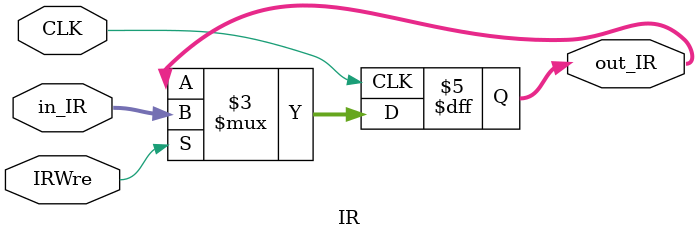
<source format=v>
`timescale 1ns / 1ps
module IR(CLK, IRWre, in_IR, out_IR);
	input wire CLK, IRWre;
	input wire [31:0] in_IR;
	output reg [31:0] out_IR;
	
	always @(negedge CLK) begin
		if (IRWre)
			out_IR = in_IR;
	end

endmodule

</source>
